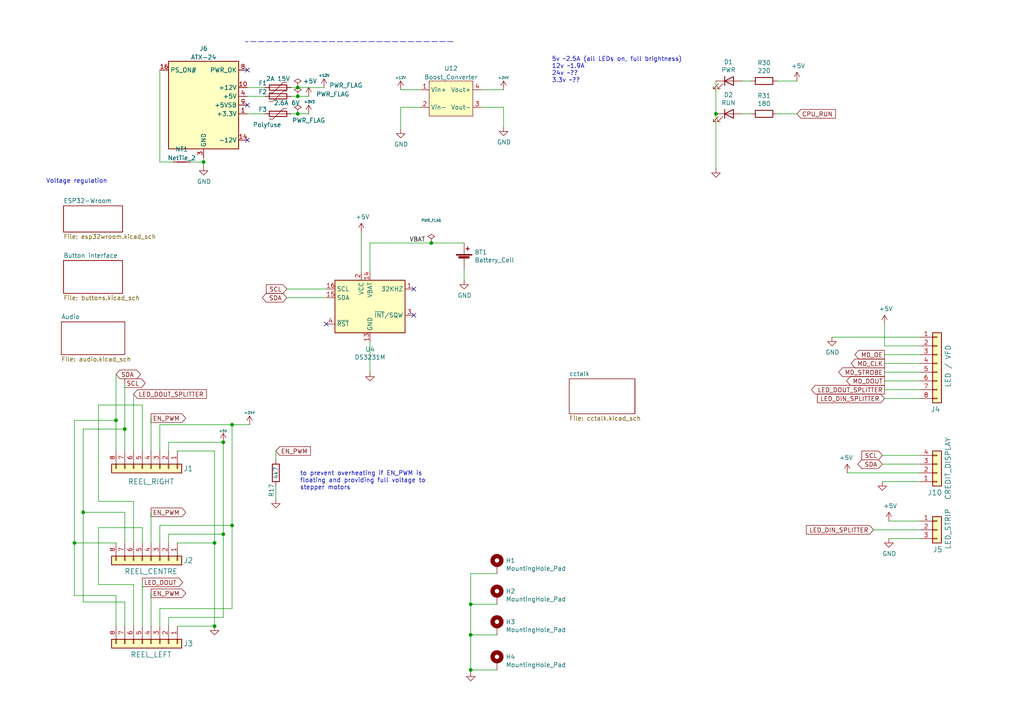
<source format=kicad_sch>
(kicad_sch (version 20211123) (generator eeschema)
  (paper "A4")
  (title_block (title "System22 CPU") (date "2022-06-04") (rev "0.1") (company "Woods Amusements"))
  (lib_symbols
    (symbol "Connector:ATX-24"
      (property "Reference" "J" (at -8.89 13.97 0))
      (property "Value" "ATX-24" (at 6.35 13.97 0))
      (symbol "ATX-24_0_1"
        (rectangle (start -10.16 12.7) (end 10.16 -12.7) (stroke (width 0.254)) (fill (type background)))
      )
      (symbol "ATX-24_1_1"
        (pin power_out line (at 12.7 -2.54 180) (length 2.54) (name "+3.3V") (number "1"))
        (pin power_out line (at 12.7 5.08 180) (length 2.54) (name "+12V") (number "10"))
        (pin passive line (at 12.7 5.08 180) (length 2.54) hide (name "+12V") (number "11"))
        (pin passive line (at 12.7 -2.54 180) (length 2.54) hide (name "+3.3V") (number "12"))
        (pin passive line (at 12.7 -2.54 180) (length 2.54) hide (name "+3.3V") (number "13"))
        (pin power_out line (at 12.7 -10.16 180) (length 2.54) (name "-12V") (number "14"))
        (pin passive line (at 0 -15.24 90) (length 2.54) hide (name "GND") (number "15"))
        (pin open_collector line (at -12.7 10.16 0) (length 2.54) (name "PS_ON#") (number "16"))
        (pin passive line (at 0 -15.24 90) (length 2.54) hide (name "GND") (number "17"))
        (pin passive line (at 0 -15.24 90) (length 2.54) hide (name "GND") (number "18"))
        (pin passive line (at 0 -15.24 90) (length 2.54) hide (name "GND") (number "19"))
        (pin passive line (at 12.7 -2.54 180) (length 2.54) hide (name "+3.3V") (number "2"))
        (pin no_connect line (at -10.16 0 0) (length 2.54) hide (name "NC") (number "20"))
        (pin passive line (at 12.7 2.54 180) (length 2.54) hide (name "+5V") (number "21"))
        (pin passive line (at 12.7 2.54 180) (length 2.54) hide (name "+5V") (number "22"))
        (pin passive line (at 12.7 2.54 180) (length 2.54) hide (name "+5V") (number "23"))
        (pin passive line (at 0 -15.24 90) (length 2.54) hide (name "GND") (number "24"))
        (pin power_out line (at 0 -15.24 90) (length 2.54) (name "GND") (number "3"))
        (pin power_out line (at 12.7 2.54 180) (length 2.54) (name "+5V") (number "4"))
        (pin passive line (at 0 -15.24 90) (length 2.54) hide (name "GND") (number "5"))
        (pin passive line (at 12.7 2.54 180) (length 2.54) hide (name "+5V") (number "6"))
        (pin passive line (at 0 -15.24 90) (length 2.54) hide (name "GND") (number "7"))
        (pin output line (at 12.7 10.16 180) (length 2.54) (name "PWR_OK") (number "8"))
        (pin power_out line (at 12.7 0 180) (length 2.54) (name "+5VSB") (number "9"))
      )
    )
    (symbol "Connector_Generic:Conn_01x03" (pin_names (offset 1.016) hide)
      (property "Reference" "J" (at 0 5.08 0))
      (property "Value" "Conn_01x03" (at 0 -5.08 0))
      (symbol "Conn_01x03_1_1"
        (rectangle (start -1.27 -2.413) (end 0 -2.667) (stroke (width 0.1524)))
        (rectangle (start -1.27 0.127) (end 0 -0.127) (stroke (width 0.1524)))
        (rectangle (start -1.27 2.667) (end 0 2.413) (stroke (width 0.1524)))
        (rectangle (start -1.27 3.81) (end 1.27 -3.81) (stroke (width 0.254)) (fill (type background)))
        (pin passive line (at -5.08 2.54 0) (length 3.81) (name "Pin_1") (number "1"))
        (pin passive line (at -5.08 0 0) (length 3.81) (name "Pin_2") (number "2"))
        (pin passive line (at -5.08 -2.54 0) (length 3.81) (name "Pin_3") (number "3"))
      )
    )
    (symbol "Connector_Generic:Conn_01x04" (pin_names (offset 1.016) hide)
      (property "Reference" "J" (at 0 5.08 0))
      (property "Value" "Conn_01x04" (at 0 -7.62 0))
      (symbol "Conn_01x04_1_1"
        (rectangle (start -1.27 -4.953) (end 0 -5.207) (stroke (width 0.1524)))
        (rectangle (start -1.27 -2.413) (end 0 -2.667) (stroke (width 0.1524)))
        (rectangle (start -1.27 0.127) (end 0 -0.127) (stroke (width 0.1524)))
        (rectangle (start -1.27 2.667) (end 0 2.413) (stroke (width 0.1524)))
        (rectangle (start -1.27 3.81) (end 1.27 -6.35) (stroke (width 0.254)) (fill (type background)))
        (pin passive line (at -5.08 2.54 0) (length 3.81) (name "Pin_1") (number "1"))
        (pin passive line (at -5.08 0 0) (length 3.81) (name "Pin_2") (number "2"))
        (pin passive line (at -5.08 -2.54 0) (length 3.81) (name "Pin_3") (number "3"))
        (pin passive line (at -5.08 -5.08 0) (length 3.81) (name "Pin_4") (number "4"))
      )
    )
    (symbol "Connector_Generic:Conn_01x08" (pin_names (offset 1.016) hide)
      (property "Reference" "J" (at 0 10.16 0))
      (property "Value" "Conn_01x08" (at 0 -12.7 0))
      (symbol "Conn_01x08_1_1"
        (rectangle (start -1.27 -10.033) (end 0 -10.287) (stroke (width 0.1524)))
        (rectangle (start -1.27 -7.493) (end 0 -7.747) (stroke (width 0.1524)))
        (rectangle (start -1.27 -4.953) (end 0 -5.207) (stroke (width 0.1524)))
        (rectangle (start -1.27 -2.413) (end 0 -2.667) (stroke (width 0.1524)))
        (rectangle (start -1.27 0.127) (end 0 -0.127) (stroke (width 0.1524)))
        (rectangle (start -1.27 2.667) (end 0 2.413) (stroke (width 0.1524)))
        (rectangle (start -1.27 5.207) (end 0 4.953) (stroke (width 0.1524)))
        (rectangle (start -1.27 7.747) (end 0 7.493) (stroke (width 0.1524)))
        (rectangle (start -1.27 8.89) (end 1.27 -11.43) (stroke (width 0.254)) (fill (type background)))
        (pin passive line (at -5.08 7.62 0) (length 3.81) (name "Pin_1") (number "1"))
        (pin passive line (at -5.08 5.08 0) (length 3.81) (name "Pin_2") (number "2"))
        (pin passive line (at -5.08 2.54 0) (length 3.81) (name "Pin_3") (number "3"))
        (pin passive line (at -5.08 0 0) (length 3.81) (name "Pin_4") (number "4"))
        (pin passive line (at -5.08 -2.54 0) (length 3.81) (name "Pin_5") (number "5"))
        (pin passive line (at -5.08 -5.08 0) (length 3.81) (name "Pin_6") (number "6"))
        (pin passive line (at -5.08 -7.62 0) (length 3.81) (name "Pin_7") (number "7"))
        (pin passive line (at -5.08 -10.16 0) (length 3.81) (name "Pin_8") (number "8"))
      )
    )
    (symbol "Device:Battery_Cell" (pin_numbers hide) (pin_names (offset 0) hide)
      (property "Reference" "BT" (at 2.54 2.54 0))
      (property "Value" "Battery_Cell" (at 2.54 0 0))
      (symbol "Battery_Cell_0_1"
        (rectangle (start -2.286 1.778) (end 2.286 1.524) (fill (type outline)))
        (rectangle (start -1.5748 1.1938) (end 1.4732 0.6858) (fill (type outline)))
        (polyline (pts (xy 0 0.762) (xy 0 0)))
        (polyline (pts (xy 0 1.778) (xy 0 2.54)))
        (polyline (pts (xy 0.508 3.429) (xy 1.524 3.429)) (stroke (width 0.254)))
        (polyline (pts (xy 1.016 3.937) (xy 1.016 2.921)) (stroke (width 0.254)))
      )
      (symbol "Battery_Cell_1_1"
        (pin passive line (at 0 5.08 270) (length 2.54) (name "+") (number "1"))
        (pin passive line (at 0 -2.54 90) (length 2.54) (name "-") (number "2"))
      )
    )
    (symbol "Device:LED" (pin_numbers hide) (pin_names (offset 1.016) hide)
      (property "Reference" "D" (at 0 2.54 0))
      (property "Value" "LED" (at 0 -2.54 0))
      (symbol "LED_0_1"
        (polyline (pts (xy -1.27 -1.27) (xy -1.27 1.27)) (stroke (width 0.254)))
        (polyline (pts (xy -1.27 0) (xy 1.27 0)))
        (polyline (pts (xy 1.27 -1.27) (xy 1.27 1.27) (xy -1.27 0) (xy 1.27 -1.27)) (stroke (width 0.254)))
        (polyline (pts (xy -3.048 -0.762) (xy -4.572 -2.286) (xy -3.81 -2.286) (xy -4.572 -2.286) (xy -4.572 -1.524)))
        (polyline (pts (xy -1.778 -0.762) (xy -3.302 -2.286) (xy -2.54 -2.286) (xy -3.302 -2.286) (xy -3.302 -1.524)))
      )
      (symbol "LED_1_1"
        (pin passive line (at -3.81 0 0) (length 2.54) (name "K") (number "1"))
        (pin passive line (at 3.81 0 180) (length 2.54) (name "A") (number "2"))
      )
    )
    (symbol "Device:NetTie_2" (pin_numbers hide) (pin_names (offset 0) hide)
      (property "Reference" "NT" (at 0 1.27 0))
      (property "Value" "NetTie_2" (at 0 -1.27 0))
      (symbol "NetTie_2_0_1"
        (polyline (pts (xy -1.27 0) (xy 1.27 0)) (stroke (width 0.254)))
      )
      (symbol "NetTie_2_1_1"
        (pin passive line (at -2.54 0 0) (length 2.54) (name "1") (number "1"))
        (pin passive line (at 2.54 0 180) (length 2.54) (name "2") (number "2"))
      )
    )
    (symbol "Device:Polyfuse" (pin_numbers hide) (pin_names (offset 0))
      (property "Reference" "F" (at -2.54 0 90))
      (property "Value" "Polyfuse" (at 2.54 0 90))
      (symbol "Polyfuse_0_1"
        (rectangle (start -0.762 2.54) (end 0.762 -2.54) (stroke (width 0.254)))
        (polyline (pts (xy 0 2.54) (xy 0 -2.54)))
        (polyline (pts (xy -1.524 2.54) (xy -1.524 1.524) (xy 1.524 -1.524) (xy 1.524 -2.54)))
      )
      (symbol "Polyfuse_1_1"
        (pin passive line (at 0 3.81 270) (length 1.27) (name "~") (number "1"))
        (pin passive line (at 0 -3.81 90) (length 1.27) (name "~") (number "2"))
      )
    )
    (symbol "Device:R" (pin_numbers hide) (pin_names (offset 0))
      (property "Reference" "R" (at 2.032 0 90))
      (property "Value" "R" (at 0 0 90))
      (symbol "R_0_1"
        (rectangle (start -1.016 -2.54) (end 1.016 2.54) (stroke (width 0.254)))
      )
      (symbol "R_1_1"
        (pin passive line (at 0 3.81 270) (length 1.27) (name "~") (number "1"))
        (pin passive line (at 0 -3.81 90) (length 1.27) (name "~") (number "2"))
      )
    )
    (symbol "Mechanical:MountingHole_Pad" (pin_numbers hide) (pin_names (offset 1.016) hide)
      (property "Reference" "H" (at 0 6.35 0))
      (property "Value" "MountingHole_Pad" (at 0 4.445 0))
      (symbol "MountingHole_Pad_0_1"
        (circle (center 0 1.27) (radius 1.27) (stroke (width 1.27)))
      )
      (symbol "MountingHole_Pad_1_1"
        (pin input line (at 0 -2.54 90) (length 2.54) (name "1") (number "1"))
      )
    )
    (symbol "Timer_RTC:DS3231M"
      (property "Reference" "U" (at -7.62 8.89 0))
      (property "Value" "DS3231M" (at 10.16 8.89 0))
      (symbol "DS3231M_0_1"
        (rectangle (start -10.16 7.62) (end 10.16 -7.62) (stroke (width 0.254)) (fill (type background)))
      )
      (symbol "DS3231M_1_1"
        (pin open_collector line (at 12.7 5.08 180) (length 2.54) (name "32KHZ") (number "1"))
        (pin passive line (at 0 -10.16 90) (length 2.54) hide (name "GND") (number "10"))
        (pin passive line (at 0 -10.16 90) (length 2.54) hide (name "GND") (number "11"))
        (pin passive line (at 0 -10.16 90) (length 2.54) hide (name "GND") (number "12"))
        (pin power_in line (at 0 -10.16 90) (length 2.54) (name "GND") (number "13"))
        (pin power_in line (at 0 10.16 270) (length 2.54) (name "VBAT") (number "14"))
        (pin bidirectional line (at -12.7 2.54 0) (length 2.54) (name "SDA") (number "15"))
        (pin input line (at -12.7 5.08 0) (length 2.54) (name "SCL") (number "16"))
        (pin power_in line (at -2.54 10.16 270) (length 2.54) (name "VCC") (number "2"))
        (pin open_collector line (at 12.7 -2.54 180) (length 2.54) (name "~{INT}/SQW") (number "3"))
        (pin bidirectional line (at -12.7 -5.08 0) (length 2.54) (name "~{RST}") (number "4"))
        (pin passive line (at 0 -10.16 90) (length 2.54) hide (name "GND") (number "5"))
        (pin passive line (at 0 -10.16 90) (length 2.54) hide (name "GND") (number "6"))
        (pin passive line (at 0 -10.16 90) (length 2.54) hide (name "GND") (number "7"))
        (pin passive line (at 0 -10.16 90) (length 2.54) hide (name "GND") (number "8"))
        (pin passive line (at 0 -10.16 90) (length 2.54) hide (name "GND") (number "9"))
      )
    )
    (symbol "anna_elsa_cpu-rescue:GND-power" (power) (pin_names (offset 0))
      (property "Value" "GND-power" (at 0 -3.81 0))
      (symbol "GND-power_0_1"
        (polyline (pts (xy 0 0) (xy 0 -1.27) (xy 1.27 -1.27) (xy 0 -2.54) (xy -1.27 -1.27) (xy 0 -1.27)))
      )
      (symbol "GND-power_1_1"
        (pin power_in line (at 0 0 270) (length 0) hide (name "GND") (number "1"))
      )
    )
    (symbol "buck_converter:Boost_Converter"
      (property "Reference" "U" (at 0 6.35 0))
      (property "Value" "Boost_Converter" (at 0 -6.35 0))
      (symbol "Boost_Converter_0_1"
        (rectangle (start -6.35 5.08) (end 6.35 -5.08) (stroke (width 0.1524)) (fill (type background)))
      )
      (symbol "Boost_Converter_1_1"
        (pin power_in line (at -8.89 2.54 0) (length 2.54) (name "Vin+") (number "1"))
        (pin passive line (at -8.89 -2.54 0) (length 2.54) (name "Vin-") (number "2"))
        (pin passive line (at 8.89 -2.54 180) (length 2.54) (name "Vout-") (number "3"))
        (pin power_out line (at 8.89 2.54 180) (length 2.54) (name "Vout+") (number "4"))
      )
    )
    (symbol "power:+12V" (power) (pin_names (offset 0))
      (property "Value" "+12V" (at 0 3.556 0))
      (symbol "+12V_0_1"
        (polyline (pts (xy -0.762 1.27) (xy 0 2.54)))
        (polyline (pts (xy 0 0) (xy 0 2.54)))
        (polyline (pts (xy 0 2.54) (xy 0.762 1.27)))
      )
      (symbol "+12V_1_1"
        (pin power_in line (at 0 0 90) (length 0) hide (name "+12V") (number "1"))
      )
    )
    (symbol "power:+24V" (power) (pin_names (offset 0))
      (property "Value" "+24V" (at 0 3.556 0))
      (symbol "+24V_0_1"
        (polyline (pts (xy -0.762 1.27) (xy 0 2.54)))
        (polyline (pts (xy 0 0) (xy 0 2.54)))
        (polyline (pts (xy 0 2.54) (xy 0.762 1.27)))
      )
      (symbol "+24V_1_1"
        (pin power_in line (at 0 0 90) (length 0) hide (name "+24V") (number "1"))
      )
    )
    (symbol "power:+3.3V" (power) (pin_names (offset 0))
      (property "Value" "+3.3V" (at 0 3.556 0))
      (symbol "+3.3V_0_1"
        (polyline (pts (xy -0.762 1.27) (xy 0 2.54)))
        (polyline (pts (xy 0 0) (xy 0 2.54)))
        (polyline (pts (xy 0 2.54) (xy 0.762 1.27)))
      )
      (symbol "+3.3V_1_1"
        (pin power_in line (at 0 0 90) (length 0) hide (name "+3V3") (number "1"))
      )
    )
    (symbol "power:+5V" (power) (pin_names (offset 0))
      (property "Value" "+5V" (at 0 3.556 0))
      (symbol "+5V_0_1"
        (polyline (pts (xy -0.762 1.27) (xy 0 2.54)))
        (polyline (pts (xy 0 0) (xy 0 2.54)))
        (polyline (pts (xy 0 2.54) (xy 0.762 1.27)))
      )
      (symbol "+5V_1_1"
        (pin power_in line (at 0 0 90) (length 0) hide (name "+5V") (number "1"))
      )
    )
    (symbol "power:GND" (power) (pin_names (offset 0))
      (property "Value" "GND" (at 0 -3.81 0))
      (symbol "GND_0_1"
        (polyline (pts (xy 0 0) (xy 0 -1.27) (xy 1.27 -1.27) (xy 0 -2.54) (xy -1.27 -1.27) (xy 0 -1.27)))
      )
      (symbol "GND_1_1"
        (pin power_in line (at 0 0 270) (length 0) hide (name "GND") (number "1"))
      )
    )
    (symbol "power:PWR_FLAG" (power) (pin_numbers hide) (pin_names (offset 0) hide)
      (property "Value" "PWR_FLAG" (at 0 3.81 0))
      (symbol "PWR_FLAG_0_0"
        (pin power_out line (at 0 0 90) (length 0) (name "pwr") (number "1"))
      )
      (symbol "PWR_FLAG_0_1"
        (polyline (pts (xy 0 0) (xy 0 1.27) (xy -1.016 1.905) (xy 0 2.54) (xy 1.016 1.905) (xy 0 1.27)))
      )
    )
  )
  (junction (at 136.525 175.26))
  (junction (at 24.13 148.59))
  (junction (at 136.525 194.31))
  (junction (at 86.36 33.02))
  (junction (at 21.59 157.48))
  (junction (at 86.36 25.4))
  (junction (at 62.23 157.48))
  (junction (at 136.525 184.15))
  (junction (at 125.095 70.485))
  (junction (at 59.055 46.99))
  (junction (at 67.31 123.19))
  (junction (at 36.195 124.46))
  (junction (at 64.77 128.27))
  (junction (at 33.655 121.92))
  (junction (at 207.645 33.02))
  (junction (at 86.36 27.94))
  (junction (at 64.77 154.94))
  (junction (at 62.23 181.61))
  (junction (at 67.31 152.4))
  (no_connect (at 120.015 91.44))
  (no_connect (at 71.755 20.32))
  (no_connect (at 94.615 93.98))
  (no_connect (at 120.015 83.82))
  (no_connect (at 71.755 40.64))
  (no_connect (at 71.755 30.48))
  (wire (pts (xy 144.145 184.15) (xy 136.525 184.15)))
  (wire (pts (xy 67.31 152.4) (xy 67.31 123.19)))
  (wire (pts (xy 36.195 157.48) (xy 36.195 148.59)))
  (wire (pts (xy 266.7 134.62) (xy 255.905 134.62)))
  (wire (pts (xy 146.05 31.115) (xy 146.05 36.83)))
  (wire (pts (xy 121.92 31.115) (xy 116.205 31.115)))
  (wire (pts (xy 33.655 172.72) (xy 33.655 181.61)))
  (wire (pts (xy 144.145 175.26) (xy 136.525 175.26)))
  (wire (pts (xy 36.195 124.46) (xy 36.195 130.81)))
  (wire (pts (xy 71.755 25.4) (xy 76.835 25.4)))
  (wire (pts (xy 21.59 121.92) (xy 21.59 157.48)))
  (wire (pts (xy 104.775 67.31) (xy 104.775 78.74)))
  (wire (pts (xy 46.355 123.19) (xy 67.31 123.19)))
  (wire (pts (xy 43.815 121.285) (xy 43.815 130.81)))
  (wire (pts (xy 33.655 121.92) (xy 33.655 108.585)))
  (wire (pts (xy 48.895 181.61) (xy 48.895 179.07)))
  (wire (pts (xy 46.355 181.61) (xy 46.355 176.53)))
  (wire (pts (xy 48.895 128.27) (xy 64.77 128.27)))
  (wire (pts (xy 80.01 130.81) (xy 80.01 133.35)))
  (wire (pts (xy 67.31 176.53) (xy 67.31 152.4)))
  (wire (pts (xy 134.62 78.105) (xy 134.62 81.28)))
  (wire (pts (xy 225.425 23.495) (xy 231.14 23.495)))
  (wire (pts (xy 71.755 27.94) (xy 76.835 27.94)))
  (wire (pts (xy 107.315 70.485) (xy 125.095 70.485)))
  (wire (pts (xy 21.59 157.48) (xy 21.59 172.72)))
  (wire (pts (xy 28.575 153.035) (xy 28.575 169.545)))
  (wire (pts (xy 48.895 179.07) (xy 64.77 179.07)))
  (wire (pts (xy 266.7 156.21) (xy 257.81 156.21)))
  (wire (pts (xy 62.23 130.81) (xy 62.23 157.48)))
  (wire (pts (xy 48.895 154.94) (xy 64.77 154.94)))
  (wire (pts (xy 86.36 27.94) (xy 89.535 27.94)))
  (wire (pts (xy 71.755 33.02) (xy 76.835 33.02)))
  (wire (pts (xy 28.575 169.545) (xy 38.735 169.545)))
  (wire (pts (xy 24.13 124.46) (xy 24.13 148.59)))
  (wire (pts (xy 116.205 31.115) (xy 116.205 37.465)))
  (wire (pts (xy 33.655 121.92) (xy 21.59 121.92)))
  (wire (pts (xy 86.36 25.4) (xy 93.98 25.4)))
  (wire (pts (xy 116.205 26.035) (xy 121.92 26.035)))
  (wire (pts (xy 28.575 145.415) (xy 38.735 145.415)))
  (wire (pts (xy 266.7 151.13) (xy 257.81 151.13)))
  (wire (pts (xy 136.525 175.26) (xy 136.525 184.15)))
  (wire (pts (xy 38.735 169.545) (xy 38.735 181.61)))
  (wire (pts (xy 43.815 181.61) (xy 43.815 172.085)))
  (polyline (pts (xy 131.445 12.065) (xy 71.12 12.065)))
  (wire (pts (xy 51.435 181.61) (xy 62.23 181.61)))
  (wire (pts (xy 266.7 105.41) (xy 256.54 105.41)))
  (wire (pts (xy 51.435 130.81) (xy 62.23 130.81)))
  (wire (pts (xy 86.36 33.02) (xy 89.535 33.02)))
  (wire (pts (xy 59.055 46.99) (xy 59.055 48.26)))
  (wire (pts (xy 43.815 157.48) (xy 43.815 148.59)))
  (wire (pts (xy 83.185 86.36) (xy 94.615 86.36)))
  (wire (pts (xy 38.735 145.415) (xy 38.735 157.48)))
  (wire (pts (xy 62.23 157.48) (xy 62.23 181.61)))
  (wire (pts (xy 139.7 31.115) (xy 146.05 31.115)))
  (wire (pts (xy 46.355 46.99) (xy 50.165 46.99)))
  (wire (pts (xy 83.185 83.82) (xy 94.615 83.82)))
  (wire (pts (xy 107.315 70.485) (xy 107.315 78.74)))
  (wire (pts (xy 21.59 172.72) (xy 33.655 172.72)))
  (wire (pts (xy 266.7 132.08) (xy 255.905 132.08)))
  (wire (pts (xy 136.525 194.31) (xy 136.525 194.945)))
  (wire (pts (xy 207.645 23.495) (xy 207.645 33.02)))
  (wire (pts (xy 46.355 152.4) (xy 67.31 152.4)))
  (wire (pts (xy 41.275 117.475) (xy 41.275 130.81)))
  (wire (pts (xy 36.195 111.125) (xy 36.195 124.46)))
  (wire (pts (xy 125.095 70.485) (xy 134.62 70.485)))
  (wire (pts (xy 256.54 113.03) (xy 266.7 113.03)))
  (wire (pts (xy 59.055 45.72) (xy 59.055 46.99)))
  (wire (pts (xy 46.355 130.81) (xy 46.355 123.19)))
  (wire (pts (xy 84.455 25.4) (xy 86.36 25.4)))
  (wire (pts (xy 28.575 117.475) (xy 28.575 145.415)))
  (wire (pts (xy 46.355 176.53) (xy 67.31 176.53)))
  (wire (pts (xy 41.275 153.035) (xy 28.575 153.035)))
  (wire (pts (xy 38.735 114.3) (xy 38.735 130.81)))
  (wire (pts (xy 80.01 140.97) (xy 80.01 144.78)))
  (wire (pts (xy 41.275 117.475) (xy 28.575 117.475)))
  (wire (pts (xy 266.7 137.16) (xy 245.745 137.16)))
  (wire (pts (xy 67.31 123.19) (xy 72.39 123.19)))
  (wire (pts (xy 144.145 166.37) (xy 136.525 166.37)))
  (wire (pts (xy 266.7 107.95) (xy 256.54 107.95)))
  (wire (pts (xy 256.54 93.98) (xy 256.54 100.33)))
  (wire (pts (xy 64.77 154.94) (xy 64.77 128.27)))
  (wire (pts (xy 64.77 179.07) (xy 64.77 154.94)))
  (wire (pts (xy 144.145 194.31) (xy 136.525 194.31)))
  (wire (pts (xy 266.7 110.49) (xy 256.54 110.49)))
  (wire (pts (xy 55.245 46.99) (xy 59.055 46.99)))
  (wire (pts (xy 33.655 157.48) (xy 21.59 157.48)))
  (wire (pts (xy 24.13 148.59) (xy 24.13 174.625)))
  (wire (pts (xy 36.195 174.625) (xy 36.195 181.61)))
  (wire (pts (xy 207.645 33.02) (xy 207.645 48.895)))
  (wire (pts (xy 36.195 148.59) (xy 24.13 148.59)))
  (wire (pts (xy 215.265 33.02) (xy 217.805 33.02)))
  (wire (pts (xy 46.355 157.48) (xy 46.355 152.4)))
  (wire (pts (xy 48.895 130.81) (xy 48.895 128.27)))
  (wire (pts (xy 48.895 157.48) (xy 48.895 154.94)))
  (wire (pts (xy 24.13 174.625) (xy 36.195 174.625)))
  (wire (pts (xy 107.315 99.06) (xy 107.315 107.95)))
  (wire (pts (xy 266.7 115.57) (xy 256.54 115.57)))
  (wire (pts (xy 41.275 168.91) (xy 41.275 181.61)))
  (wire (pts (xy 136.525 184.15) (xy 136.525 194.31)))
  (wire (pts (xy 266.7 139.7) (xy 255.905 139.7)))
  (wire (pts (xy 225.425 33.02) (xy 231.14 33.02)))
  (wire (pts (xy 33.655 130.81) (xy 33.655 121.92)))
  (wire (pts (xy 51.435 157.48) (xy 62.23 157.48)))
  (wire (pts (xy 266.7 153.67) (xy 253.365 153.67)))
  (wire (pts (xy 46.355 20.32) (xy 46.355 46.99)))
  (wire (pts (xy 41.275 157.48) (xy 41.275 153.035)))
  (wire (pts (xy 36.195 124.46) (xy 24.13 124.46)))
  (wire (pts (xy 266.7 102.87) (xy 256.54 102.87)))
  (wire (pts (xy 215.265 23.495) (xy 217.805 23.495)))
  (wire (pts (xy 139.7 26.035) (xy 146.05 26.035)))
  (wire (pts (xy 136.525 166.37) (xy 136.525 175.26)))
  (wire (pts (xy 266.7 100.33) (xy 256.54 100.33)))
  (wire (pts (xy 84.455 27.94) (xy 86.36 27.94)))
  (wire (pts (xy 241.3 97.79) (xy 266.7 97.79)))
  (wire (pts (xy 84.455 33.02) (xy 86.36 33.02)))
  (text "to prevent overheating if EN_PWM is \nfloating and providing full voltage to \nstepper motors" (at 86.995 142.24 0) (effects (font (size 1.27 1.27)) (justify left bottom)))
  (text "5v ~2.5A (all LEDs on, full brightness)\n12v ~1.9A\n24v ~??\n3.3v ~??" (at 160.02 24.13 0) (effects (font (size 1.27 1.27)) (justify left bottom)))
  (text "Voltage regulation" (at 13.335 53.34 0) (effects (font (size 1.27 1.27)) (justify left bottom)))
  (label "VBAT" (at 118.745 70.485 0))
  (global_label "LED_DIN_SPLITTER" (shape input) (at 256.54 115.57 180) (property "Intersheet References" "${INTERSHEET_REFS}" (effects hide)))
  (global_label "LED_DIN_SPLITTER" (shape input) (at 253.365 153.67 180) (property "Intersheet References" "${INTERSHEET_REFS}" (effects hide)))
  (global_label "SCL" (shape input) (at 83.185 83.82 180) (property "Intersheet References" "${INTERSHEET_REFS}" (effects hide)))
  (global_label "MD_CLK" (shape output) (at 256.54 105.41 180) (property "Intersheet References" "${INTERSHEET_REFS}" (effects hide)))
  (global_label "MD_STROBE" (shape output) (at 256.54 107.95 180) (property "Intersheet References" "${INTERSHEET_REFS}" (effects hide)))
  (global_label "CPU_RUN" (shape input) (at 231.14 33.02 0) (property "Intersheet References" "${INTERSHEET_REFS}" (effects hide)))
  (global_label "MD_DOUT" (shape output) (at 256.54 110.49 180) (property "Intersheet References" "${INTERSHEET_REFS}" (effects hide)))
  (global_label "SCL" (shape output) (at 36.195 111.125 0) (property "Intersheet References" "${INTERSHEET_REFS}" (effects hide)))
  (global_label "EN_PWM" (shape output) (at 43.815 172.085 0) (property "Intersheet References" "${INTERSHEET_REFS}" (effects hide)))
  (global_label "SDA" (shape bidirectional) (at 83.185 86.36 180) (property "Intersheet References" "${INTERSHEET_REFS}" (effects hide)))
  (global_label "MD_OE" (shape output) (at 256.54 102.87 180) (property "Intersheet References" "${INTERSHEET_REFS}" (effects hide)))
  (global_label "SDA" (shape bidirectional) (at 255.905 134.62 180) (property "Intersheet References" "${INTERSHEET_REFS}" (effects hide)))
  (global_label "EN_PWM" (shape output) (at 43.815 121.285 0) (property "Intersheet References" "${INTERSHEET_REFS}" (effects hide)))
  (global_label "LED_DOUT" (shape output) (at 41.275 168.91 0) (property "Intersheet References" "${INTERSHEET_REFS}" (effects hide)))
  (global_label "EN_PWM" (shape input) (at 80.01 130.81 0) (property "Intersheet References" "${INTERSHEET_REFS}" (effects hide)))
  (global_label "SCL" (shape input) (at 255.905 132.08 180) (property "Intersheet References" "${INTERSHEET_REFS}" (effects hide)))
  (global_label "LED_DOUT_SPLITTER" (shape input) (at 38.735 114.3 0) (property "Intersheet References" "${INTERSHEET_REFS}" (effects hide)))
  (global_label "EN_PWM" (shape output) (at 43.815 148.59 0) (property "Intersheet References" "${INTERSHEET_REFS}" (effects hide)))
  (global_label "LED_DOUT_SPLITTER" (shape output) (at 256.54 113.03 180) (property "Intersheet References" "${INTERSHEET_REFS}" (effects hide)))
  (global_label "SDA" (shape bidirectional) (at 33.655 108.585 0) (property "Intersheet References" "${INTERSHEET_REFS}" (effects hide)))
  (symbol (lib_id "Device:LED") (at 211.455 23.495 0) (unit 1)
    (property "Reference" "D1" (at 211.2772 17.9832 0))
    (property "Value" "PWR" (at 211.2772 20.2946 0))
    (property "Footprint" "LED_SMD:LED_0805_2012Metric" (effects hide))
    (property "LCSC" "C84256" (effects hide))
    (property "JLC" "0805" (effects hide))
  )
  (symbol (lib_id "Device:LED") (at 211.455 33.02 0) (unit 1)
    (property "Reference" "D2" (at 211.2772 27.5082 0))
    (property "Value" "RUN" (at 211.2772 29.8196 0))
    (property "Footprint" "LED_SMD:LED_0805_2012Metric" (effects hide))
    (property "LCSC" "C84256" (effects hide))
    (property "JLC" "0805" (effects hide))
  )
  (symbol (lib_id "Connector_Generic:Conn_01x03") (at 271.78 153.67 0) (unit 1)
    (property "Reference" "J5" (at 270.51 159.385 0) (effects (font (size 1.524 1.524)) (justify left)))
    (property "Value" "LED_STRIP" (at 274.955 159.385 90) (effects (font (size 1.524 1.524)) (justify left)))
    (property "Footprint" "Connector_JST:JST_XH_B3B-XH-A_1x03_P2.50mm_Vertical" (effects hide))
  )
  (symbol (lib_id "Connector_Generic:Conn_01x04") (at 271.78 137.16 0) (mirror x) (unit 1)
    (property "Reference" "J10" (at 271.145 142.875 0) (effects (font (size 1.524 1.524))))
    (property "Value" "CREDIT_DISPLAY" (at 274.955 135.89 90) (effects (font (size 1.524 1.524))))
    (property "Footprint" "Connector_JST:JST_XH_B4B-XH-A_1x04_P2.50mm_Vertical" (effects hide))
  )
  (symbol (lib_id "power:GND") (at 255.905 139.7 0) (mirror y) (unit 1)
    (property "Reference" "#PWR011" (effects hide))
    (property "Value" "GND" (effects hide))
  )
  (symbol (lib_id "Timer_RTC:DS3231M") (at 107.315 88.9 0) (unit 1)
    (property "Reference" "U4" (at 107.315 101.3206 0))
    (property "Value" "DS3231M" (at 107.315 103.632 0))
    (property "Footprint" "Package_SO:SOIC-16W_7.5x10.3mm_P1.27mm" (effects hide))
    (property "Datasheet" "http://datasheets.maximintegrated.com/en/ds/DS3231.pdf" (effects hide))
    (property "LCSC" "C37663" (effects hide))
    (property "JLC" "SOIC-16_7.5x10.3x1.27P" (effects hide))
    (property "MPN" "DS3231M+TRL" (effects hide))
    (property "Manufacturer" "Maxim Integrated" (effects hide))
  )
  (symbol (lib_id "Device:Battery_Cell") (at 134.62 75.565 0) (unit 1)
    (property "Reference" "BT1" (at 137.6172 73.1266 0) (effects (justify left)))
    (property "Value" "Battery_Cell" (at 137.6172 75.438 0) (effects (justify left)))
    (property "Footprint" "Battery:BatteryHolder_Keystone_1058_1x2032" (effects hide))
  )
  (symbol (lib_id "anna_elsa_cpu-rescue:GND-power") (at 134.62 81.28 0) (unit 1)
    (property "Reference" "#PWR0112" (effects hide))
    (property "Value" "GND-power" (at 134.747 85.6742 0))
  )
  (symbol (lib_id "anna_elsa_cpu-rescue:GND-power") (at 257.81 156.21 0) (unit 1)
    (property "Reference" "#PWR0121" (effects hide))
    (property "Value" "GND-power" (at 257.937 160.6042 0))
  )
  (symbol (lib_id "power:PWR_FLAG") (at 125.095 70.485 0) (unit 1)
    (property "Reference" "#FLG0101" (effects hide))
    (property "Value" "PWR_FLAG" (at 125.095 63.9318 0) (effects (font (size 0.762 0.762))))
  )
  (symbol (lib_id "power:GND") (at 207.645 48.895 0) (unit 1)
    (property "Reference" "#PWR0126" (effects hide))
    (property "Value" "GND" (effects hide))
  )
  (symbol (lib_id "Device:R") (at 221.615 23.495 270) (unit 1)
    (property "Reference" "R30" (at 221.615 18.2372 90))
    (property "Value" "220" (at 221.615 20.5486 90))
    (property "Footprint" "Resistor_SMD:R_0805_2012Metric" (effects hide))
    (property "LCSC" "C25270" (effects hide))
    (property "JLC" "0805" (effects hide))
  )
  (symbol (lib_id "Device:R") (at 221.615 33.02 270) (unit 1)
    (property "Reference" "R31" (at 221.615 27.7622 90))
    (property "Value" "180" (at 221.615 30.0736 90))
    (property "Footprint" "Resistor_SMD:R_0805_2012Metric" (effects hide))
    (property "LCSC" "C25270" (effects hide))
    (property "JLC" "0805" (effects hide))
  )
  (symbol (lib_id "Mechanical:MountingHole_Pad") (at 144.145 163.83 0) (unit 1)
    (property "Reference" "H1" (at 146.685 162.5854 0) (effects (justify left)))
    (property "Value" "MountingHole_Pad" (at 146.685 164.8968 0) (effects (justify left)))
    (property "Footprint" "MountingHole:MountingHole_3.2mm_M3_Pad_Via" (effects hide))
  )
  (symbol (lib_id "Mechanical:MountingHole_Pad") (at 144.145 172.72 0) (unit 1)
    (property "Reference" "H2" (at 146.685 171.4754 0) (effects (justify left)))
    (property "Value" "MountingHole_Pad" (at 146.685 173.7868 0) (effects (justify left)))
    (property "Footprint" "MountingHole:MountingHole_3.2mm_M3_Pad_Via" (effects hide))
  )
  (symbol (lib_id "Mechanical:MountingHole_Pad") (at 144.145 181.61 0) (unit 1)
    (property "Reference" "H3" (at 146.685 180.3654 0) (effects (justify left)))
    (property "Value" "MountingHole_Pad" (at 146.685 182.6768 0) (effects (justify left)))
    (property "Footprint" "MountingHole:MountingHole_3.2mm_M3_Pad_Via" (effects hide))
  )
  (symbol (lib_id "Mechanical:MountingHole_Pad") (at 144.145 191.77 0) (unit 1)
    (property "Reference" "H4" (at 146.685 190.5254 0) (effects (justify left)))
    (property "Value" "MountingHole_Pad" (at 146.685 192.8368 0) (effects (justify left)))
    (property "Footprint" "MountingHole:MountingHole_3.2mm_M3_Pad_Via" (effects hide))
  )
  (symbol (lib_id "power:GND") (at 136.525 194.945 0) (unit 1)
    (property "Reference" "#PWR0132" (effects hide))
    (property "Value" "GND" (effects hide))
  )
  (symbol (lib_id "Connector_Generic:Conn_01x08") (at 43.815 186.69 270) (unit 1)
    (property "Reference" "J3" (at 54.61 186.69 90) (effects (font (size 1.524 1.524))))
    (property "Value" "REEL_LEFT" (at 43.815 189.865 90) (effects (font (size 1.524 1.524))))
    (property "Footprint" "Connector_JST:JST_XH_B8B-XH-A_1x08_P2.50mm_Vertical" (effects hide))
  )
  (symbol (lib_id "Connector_Generic:Conn_01x08") (at 43.815 162.56 270) (unit 1)
    (property "Reference" "J2" (at 54.61 162.56 90) (effects (font (size 1.524 1.524))))
    (property "Value" "REEL_CENTRE" (at 43.815 165.735 90) (effects (font (size 1.524 1.524))))
    (property "Footprint" "Connector_JST:JST_XH_B8B-XH-A_1x08_P2.50mm_Vertical" (effects hide))
  )
  (symbol (lib_id "Connector_Generic:Conn_01x08") (at 43.815 135.89 270) (unit 1)
    (property "Reference" "J1" (at 54.61 135.89 90) (effects (font (size 1.524 1.524))))
    (property "Value" "REEL_RIGHT" (at 43.815 139.7 90) (effects (font (size 1.524 1.524))))
    (property "Footprint" "Connector_JST:JST_XH_B8B-XH-A_1x08_P2.50mm_Vertical" (effects hide))
  )
  (symbol (lib_id "power:GND") (at 62.23 181.61 0) (unit 1)
    (property "Reference" "#PWR0104" (effects hide))
    (property "Value" "GND" (effects hide))
  )
  (symbol (lib_id "power:+5V") (at 64.77 128.27 0) (unit 1)
    (property "Reference" "#PWR0105" (effects hide))
    (property "Value" "+5V" (at 64.6684 125.0188 0) (effects (font (size 0.762 0.762))))
  )
  (symbol (lib_id "power:GND") (at 107.315 107.95 0) (unit 1)
    (property "Reference" "#PWR0114" (effects hide))
    (property "Value" "GND" (effects hide))
  )
  (symbol (lib_id "Device:R") (at 80.01 137.16 180) (unit 1)
    (property "Reference" "R17" (at 78.74 142.24 90))
    (property "Value" "4k7" (at 80.01 137.16 90))
    (property "Footprint" "Resistor_SMD:R_0805_2012Metric" (effects hide))
    (property "LCSC" "C17673" (effects hide))
    (property "JLC" "0805" (effects hide))
  )
  (symbol (lib_id "power:GND") (at 80.01 144.78 0) (unit 1)
    (property "Reference" "#PWR0134" (effects hide))
    (property "Value" "GND" (effects hide))
  )
  (symbol (lib_id "power:+5V") (at 104.775 67.31 0) (unit 1)
    (property "Reference" "#PWR0101" (effects hide))
    (property "Value" "+5V" (at 105.156 62.9158 0))
  )
  (symbol (lib_id "power:+5V") (at 257.81 151.13 0) (unit 1)
    (property "Reference" "#PWR0122" (effects hide))
    (property "Value" "+5V" (at 258.191 146.7358 0))
  )
  (symbol (lib_id "power:+5V") (at 245.745 137.16 0) (mirror y) (unit 1)
    (property "Reference" "#PWR0127" (effects hide))
    (property "Value" "+5V" (at 245.364 132.7658 0))
  )
  (symbol (lib_id "power:+5V") (at 231.14 23.495 0) (unit 1)
    (property "Reference" "#PWR0133" (effects hide))
    (property "Value" "+5V" (at 231.521 19.1008 0))
  )
  (symbol (lib_id "Connector_Generic:Conn_01x08") (at 271.78 105.41 0) (unit 1)
    (property "Reference" "J4" (at 269.875 118.745 0) (effects (font (size 1.524 1.524)) (justify left)))
    (property "Value" "LED / VFD" (at 274.955 112.395 90) (effects (font (size 1.524 1.524)) (justify left)))
    (property "Footprint" "Connector_JST:JST_XH_B8B-XH-A_1x08_P2.50mm_Vertical" (effects hide))
  )
  (symbol (lib_id "anna_elsa_cpu-rescue:GND-power") (at 241.3 97.79 0) (unit 1)
    (property "Reference" "#PWR0148" (effects hide))
    (property "Value" "GND-power" (at 241.427 102.1842 0))
  )
  (symbol (lib_id "power:+5V") (at 256.54 93.98 0) (unit 1)
    (property "Reference" "#PWR0149" (effects hide))
    (property "Value" "+5V" (at 256.921 89.5858 0))
  )
  (symbol (lib_id "power:+24V") (at 146.05 26.035 0) (unit 1)
    (property "Reference" "#PWR0115" (effects hide))
    (property "Value" "+24V" (at 146.05 22.5298 0) (effects (font (size 0.762 0.762))))
  )
  (symbol (lib_id "power:PWR_FLAG") (at 86.36 27.94 0) (unit 1)
    (property "Reference" "#FLG0104" (effects hide))
    (property "Value" "PWR_FLAG" (at 96.52 27.305 0))
  )
  (symbol (lib_id "power:+24V") (at 72.39 123.19 0) (unit 1)
    (property "Reference" "#PWR0106" (effects hide))
    (property "Value" "+24V" (at 72.39 119.6848 0) (effects (font (size 0.762 0.762))))
  )
  (symbol (lib_id "Device:NetTie_2") (at 52.705 46.99 0) (unit 1)
    (property "Reference" "NT1" (at 52.705 43.2902 0))
    (property "Value" "NetTie_2" (at 52.705 45.8271 0))
    (property "Footprint" "NetTie:NetTie-2_SMD_Pad0.5mm" (effects hide))
  )
  (symbol (lib_id "Device:Polyfuse") (at 80.645 33.02 90) (unit 1)
    (property "Reference" "F3" (at 76.2 31.75 90))
    (property "Value" "Polyfuse" (at 77.47 36.195 90))
    (property "Footprint" "Fuse:Fuse_0805_2012Metric" (effects hide))
    (property "LCSC" "C70062" (effects hide))
    (property "JLC" "0805" (effects hide))
  )
  (symbol (lib_id "power:+3.3V") (at 89.535 33.02 0) (unit 1)
    (property "Reference" "#PWR0124" (effects hide))
    (property "Value" "+3.3V" (at 89.7636 29.5148 0) (effects (font (size 0.762 0.762))))
  )
  (symbol (lib_id "anna_elsa_cpu-rescue:GND-power") (at 146.05 36.83 0) (unit 1)
    (property "Reference" "#PWR0111" (effects hide))
    (property "Value" "GND-power" (at 146.177 41.2242 0))
  )
  (symbol (lib_id "buck_converter:Boost_Converter") (at 130.81 28.575 0) (unit 1) (in_bom no)
    (property "Reference" "U12" (at 130.81 19.846 0))
    (property "Value" "Boost_Converter" (at 130.81 22.3829 0))
    (property "Footprint" "Converter_DCDC:Boost_Converter" (effects hide))
  )
  (symbol (lib_id "anna_elsa_cpu-rescue:GND-power") (at 116.205 37.465 0) (unit 1)
    (property "Reference" "#PWR0107" (effects hide))
    (property "Value" "GND-power" (at 116.332 41.8592 0))
  )
  (symbol (lib_id "anna_elsa_cpu-rescue:GND-power") (at 59.055 48.26 0) (unit 1)
    (property "Reference" "#PWR0125" (effects hide))
    (property "Value" "GND-power" (at 59.182 52.6542 0))
  )
  (symbol (lib_id "power:PWR_FLAG") (at 86.36 33.02 0) (unit 1)
    (property "Reference" "#FLG0103" (effects hide))
    (property "Value" "PWR_FLAG" (at 89.535 34.925 0))
  )
  (symbol (lib_id "power:+12V") (at 93.98 25.4 0) (unit 1)
    (property "Reference" "#PWR0123" (effects hide))
    (property "Value" "+12V" (at 93.98 21.8948 0) (effects (font (size 0.762 0.762))))
  )
  (symbol (lib_id "Device:Polyfuse") (at 80.645 27.94 90) (unit 1)
    (property "Reference" "F2" (at 76.2 26.67 90))
    (property "Value" "2.6A 6V" (at 83.185 29.845 90))
    (property "Footprint" "Fuse:Fuse_0805_2012Metric" (effects hide))
    (property "Datasheet" "https://datasheet.lcsc.com/lcsc/1809211116_TECHFUSE-SL0805260_C70159.pdf" (effects hide))
    (property "LCSC" "C70159" (effects hide))
    (property "JLC" "0805" (effects hide))
  )
  (symbol (lib_id "power:PWR_FLAG") (at 86.36 25.4 0) (unit 1)
    (property "Reference" "#FLG0102" (effects hide))
    (property "Value" "PWR_FLAG" (at 100.33 24.765 0))
  )
  (symbol (lib_id "power:+12V") (at 116.205 26.035 0) (unit 1)
    (property "Reference" "#PWR0110" (effects hide))
    (property "Value" "+12V" (at 116.205 22.5298 0) (effects (font (size 0.762 0.762))))
  )
  (symbol (lib_id "power:+5V") (at 89.535 27.94 0) (unit 1)
    (property "Reference" "#PWR0108" (effects hide))
    (property "Value" "+5V" (at 89.916 23.5458 0))
  )
  (symbol (lib_id "Device:Polyfuse") (at 80.645 25.4 90) (unit 1)
    (property "Reference" "F1" (at 76.2 24.13 90))
    (property "Value" "2A 15V" (at 80.645 22.8401 90))
    (property "Footprint" "Fuse:Fuse_2920_7451Metric" (effects hide))
    (property "Datasheet" "https://datasheet.lcsc.com/lcsc/1809131552_Littelfuse-2920L200DR_C207087.pdf" (effects hide))
    (property "LCSC" "C207087" (effects hide))
    (property "JLC" "2920" (effects hide))
  )
  (symbol (lib_id "Connector:ATX-24") (at 59.055 30.48 0) (unit 1)
    (property "Reference" "J6" (at 59.055 14.0802 0))
    (property "Value" "ATX-24" (at 59.055 16.6171 0))
    (property "Footprint" "Connector_TE-Connectivity:TE_1-1775099-3" (effects hide))
    (property "Datasheet" "https://www.intel.com/content/dam/www/public/us/en/documents/guides/power-supply-design-guide-june.pdf#page=33" (effects hide))
  )
  (sheet (at 18.415 75.565) (size 17.145 9.525)
    (property "Sheet name" "Button interface" (at 18.415 74.8534 0) (effects (justify left bottom)))
    (property "Sheet file" "buttons.kicad_sch" (at 18.415 85.6746 0) (effects (justify left top)))
  )
  (sheet (at 17.78 93.345) (size 18.415 9.525)
    (property "Sheet name" "Audio" (at 17.78 92.6334 0) (effects (justify left bottom)))
    (property "Sheet file" "audio.kicad_sch" (at 17.78 103.4546 0) (effects (justify left top)))
  )
  (sheet (at 18.415 59.69) (size 17.145 7.62)
    (property "Sheet name" "ESP32-Wroom" (at 18.415 58.9784 0) (effects (justify left bottom)))
    (property "Sheet file" "esp32wroom.kicad_sch" (at 18.415 67.8946 0) (effects (justify left top)))
  )
  (sheet (at 165.1 109.855) (size 19.05 10.16) (stroke (width 0.1524))
    (property "Sheet name" "cctalk" (at 165.1 109.1434 0) (effects (justify left bottom)))
    (property "Sheet file" "cctalk.kicad_sch" (at 165.1 120.5996 0) (effects (justify left top)))
  )
)
</source>
